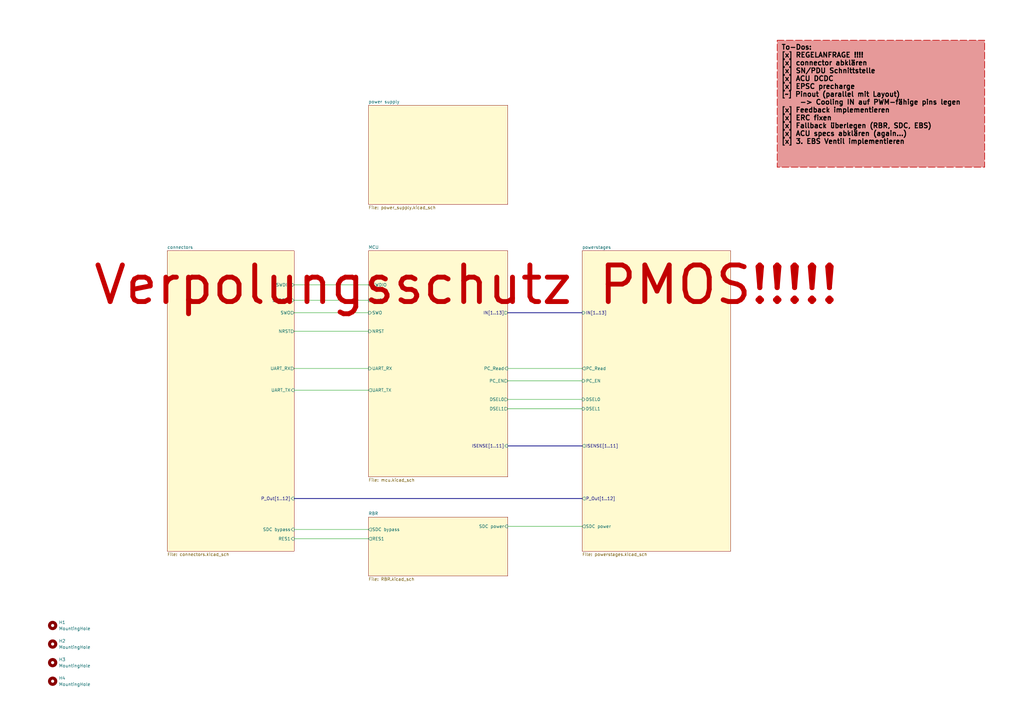
<source format=kicad_sch>
(kicad_sch (version 20231120) (generator "eeschema") (generator_version "8.0")
  (paper "A3")
  (title_block (title "PDU FT25") (date "2024-11-23") (rev "V1.1") (company "Janek Herm") (comment 1 "FaSTTUBe Electronics"))
  (lib_symbols
    (symbol "Mechanical:MountingHole" (pin_names (offset 1.016))
      (property "Reference" "H" (at 0 5.08 0))
      (property "Value" "MountingHole" (at 0 3.175 0))
      (symbol "MountingHole_0_1"
        (circle (center 0 0) (radius 1.27) (stroke (width 1.27)))
      )
    )
  )
  (wire (pts (xy 208.28 215.9) (xy 238.76 215.9)))
  (wire (pts (xy 120.65 160.02) (xy 151.13 160.02)))
  (wire (pts (xy 120.65 220.98) (xy 151.13 220.98)))
  (bus (pts (xy 208.28 128.27) (xy 238.76 128.27)))
  (wire (pts (xy 208.28 156.21) (xy 238.76 156.21)))
  (wire (pts (xy 208.28 167.64) (xy 238.76 167.64)))
  (wire (pts (xy 120.65 135.89) (xy 151.13 135.89)))
  (wire (pts (xy 120.65 116.84) (xy 151.13 116.84)))
  (wire (pts (xy 208.28 163.83) (xy 238.76 163.83)))
  (wire (pts (xy 120.65 123.19) (xy 151.13 123.19)))
  (bus (pts (xy 208.28 182.88) (xy 238.76 182.88)))
  (wire (pts (xy 120.65 151.13) (xy 151.13 151.13)))
  (wire (pts (xy 120.65 128.27) (xy 151.13 128.27)))
  (wire (pts (xy 208.28 151.13) (xy 238.76 151.13)))
  (wire (pts (xy 151.13 217.17) (xy 120.65 217.17)))
  (bus (pts (xy 120.65 204.47) (xy 238.76 204.47)))
  (text_box "To-Dos:\n[x] REGELANFRAGE !!!!\n[x] connector abklären\n[x] SN/PDU Schnittstelle\n[x] ACU DCDC\n[x] EPSC precharge\n[~] Pinout (parallel mit Layout)\n	-> Cooling IN auf PWM-fähige pins legen\n[x] Feedback implementieren\n[x] ERC fixen\n[x] Fallback überlegen (RBR, SDC, EBS)\n[x] ACU specs abklären (again...)\n[x] 3. EBS Ventil implementieren" (at 318.77 16.51 0) (size 85.09 52.07) (stroke (width 0.25) (type dash) (color 194 0 0 1)) (fill (type color) (color 194 0 0 0.4)) (effects (font (size 2 2) (thickness 0.4) (bold yes)) (justify left top)))
  (text "Verpolungsschutz PMOS!!!!!" (at 191.262 117.094 0) (effects (font (size 15 15) (thickness 2) (bold yes))))
  (symbol (lib_id "Mechanical:MountingHole") (at 21.59 271.78 0) (unit 1)
    (property "Reference" "H3" (at 24.13 270.5099 0) (effects (justify left)))
    (property "Value" "MountingHole" (at 24.13 273.0499 0) (effects (justify left)))
    (property "Footprint" "MountingHole:MountingHole_4.3mm_M4" (effects (hide yes)))
  )
  (symbol (lib_id "Mechanical:MountingHole") (at 21.59 279.4 0) (unit 1)
    (property "Reference" "H4" (at 24.13 278.1299 0) (effects (justify left)))
    (property "Value" "MountingHole" (at 24.13 280.6699 0) (effects (justify left)))
    (property "Footprint" "MountingHole:MountingHole_4.3mm_M4" (effects (hide yes)))
  )
  (symbol (lib_id "Mechanical:MountingHole") (at 21.59 264.16 0) (unit 1)
    (property "Reference" "H2" (at 24.13 262.8899 0) (effects (justify left)))
    (property "Value" "MountingHole" (at 24.13 265.4299 0) (effects (justify left)))
    (property "Footprint" "MountingHole:MountingHole_4.3mm_M4" (effects (hide yes)))
  )
  (symbol (lib_id "Mechanical:MountingHole") (at 21.59 256.54 0) (unit 1)
    (property "Reference" "H1" (at 24.13 255.2699 0) (effects (justify left)))
    (property "Value" "MountingHole" (at 24.13 257.8099 0) (effects (justify left)))
    (property "Footprint" "MountingHole:MountingHole_4.3mm_M4" (effects (hide yes)))
  )
  (sheet (at 151.13 102.87) (size 57.15 92.71) (stroke (width 0.1524)) (fill (color 255 250 208 1.0000))
    (property "Sheetname" "MCU" (at 151.13 102.1584 0) (effects (justify left bottom)))
    (property "Sheetfile" "mcu.kicad_sch" (at 151.13 196.1646 0) (effects (justify left top)))
    (pin "NRST" input (at 151.13 135.89 180))
    (pin "UART_TX" output (at 151.13 160.02 180))
    (pin "UART_RX" input (at 151.13 151.13 180))
    (pin "SWCLK" input (at 151.13 123.19 180))
    (pin "SWDIO" bidirectional (at 151.13 116.84 180))
    (pin "PC_EN" output (at 208.28 156.21 0))
    (pin "PC_Read" input (at 208.28 151.13 0))
    (pin "IN[1..13]" output (at 208.28 128.27 0))
    (pin "SWO" input (at 151.13 128.27 180))
    (pin "ISENSE[1..11]" input (at 208.28 182.88 0))
    (pin "DSEL0" output (at 208.28 163.83 0))
    (pin "DSEL1" output (at 208.28 167.64 0))
  )
  (sheet (at 151.13 43.18) (size 57.15 40.64) (stroke (width 0.1524)) (fill (color 255 250 208 1.0000))
    (property "Sheetname" "power supply" (at 151.13 42.4684 0) (effects (justify left bottom)))
    (property "Sheetfile" "power_supply.kicad_sch" (at 151.13 84.4046 0) (effects (justify left top)))
  )
  (sheet (at 238.76 102.87) (size 60.96 123.19) (stroke (width 0.1524)) (fill (color 255 250 208 1.0000))
    (property "Sheetname" "powerstages" (at 238.76 102.1584 0) (effects (justify left bottom)))
    (property "Sheetfile" "powerstages.kicad_sch" (at 238.76 226.6446 0) (effects (justify left top)))
    (pin "ISENSE[1..11]" output (at 238.76 182.88 180))
    (pin "P_Out[1..12]" output (at 238.76 204.47 180))
    (pin "PC_EN" input (at 238.76 156.21 180))
    (pin "SDC power" output (at 238.76 215.9 180))
    (pin "PC_Read" output (at 238.76 151.13 180))
    (pin "IN[1..13]" input (at 238.76 128.27 180))
    (pin "DSEL0" input (at 238.76 163.83 180))
    (pin "DSEL1" input (at 238.76 167.64 180))
  )
  (sheet (at 151.13 212.09) (size 57.15 24.13) (stroke (width 0.1524)) (fill (color 255 250 208 1.0000))
    (property "Sheetname" "RBR" (at 151.13 211.3784 0) (effects (justify left bottom)))
    (property "Sheetfile" "RBR.kicad_sch" (at 151.13 236.8046 0) (effects (justify left top)))
    (pin "SDC power" input (at 208.28 215.9 0))
    (pin "SDC bypass" output (at 151.13 217.17 180))
    (pin "RES1" output (at 151.13 220.98 180))
  )
  (sheet (at 68.58 102.87) (size 52.07 123.19) (stroke (width 0.1524)) (fill (color 255 250 208 1.0000))
    (property "Sheetname" "connectors" (at 68.58 102.1584 0) (effects (justify left bottom)))
    (property "Sheetfile" "connectors.kicad_sch" (at 68.58 226.6446 0) (effects (justify left top)))
    (pin "UART_TX" input (at 120.65 160.02 0))
    (pin "UART_RX" output (at 120.65 151.13 0))
    (pin "NRST" output (at 120.65 135.89 0))
    (pin "SWDCLK" output (at 120.65 123.19 0))
    (pin "SWDIO" bidirectional (at 120.65 116.84 0))
    (pin "P_Out[1..12]" input (at 120.65 204.47 0))
    (pin "RES1" input (at 120.65 220.98 0))
    (pin "SDC bypass" input (at 120.65 217.17 0))
    (pin "SWO" output (at 120.65 128.27 0))
  )
)
</source>
